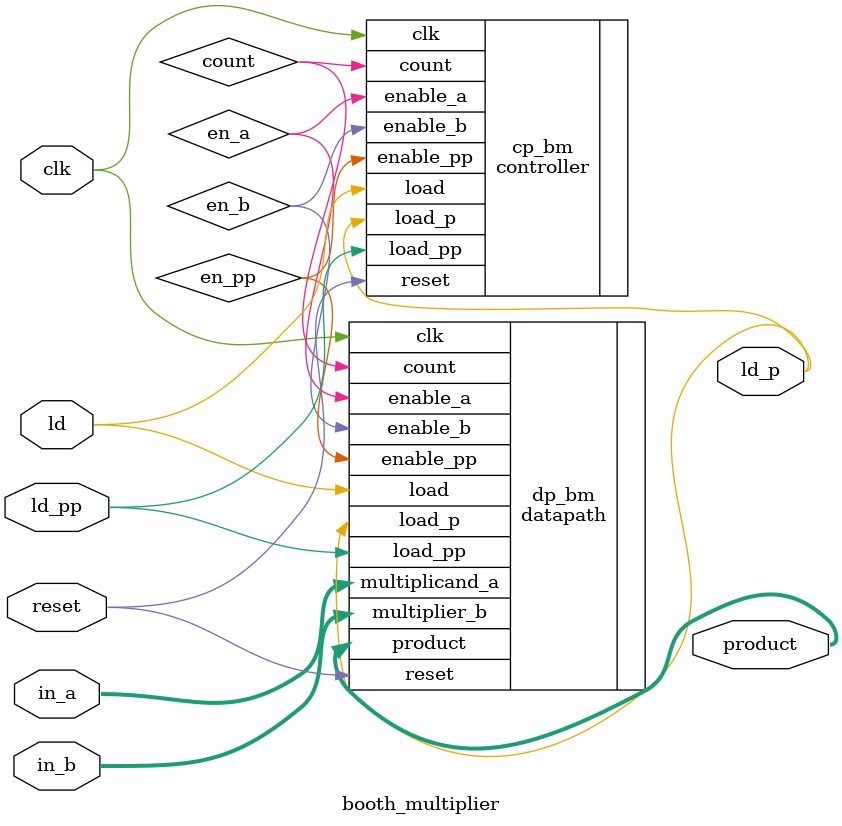
<source format=sv>
module booth_multiplier #(
  parameter WIDTH_IN = 16,
  parameter WIDTH_PP = 33,         // Width of Partial Products
  parameter WIDTH_PRODUCT = 32
) (
  input logic  [WIDTH_IN-1:0] in_a,
  input logic  [WIDTH_IN-1:0] in_b,
    
  input logic                     clk,
  input logic                     reset,

  input logic                     ld_pp,  // load for Partial product
  input logic                     ld,     // load for inputs 

  output logic                    ld_p,          //  Load for Final product (i.e answer)
  output logic [WIDTH_PRODUCT-1:0] product
);
 
logic en_a, en_b,    //  Enable for multiplier and multiplicand
      en_pp,         //  Enable for Partial Products
      count;          //  count 16-bits 

logic [WIDTH_PP-1:0] pp;      // Partial product must be 33-bit 

// Booth Multiplier Datapath
datapath dp_bm (
  .multiplier_b(in_b),
  .multiplicand_a(in_a),
  .enable_a(en_a),
  .enable_b(en_b),
  .enable_pp(en_pp),
  .load(ld),
  .load_pp(ld_pp),
  .load_p(ld_p),
  .count(count),
  .clk(clk),
  .reset(reset),
  .product(product)
);

// Booth Multiplier Controller
controller cp_bm (
  .load(ld),
  .load_pp(ld_pp),
  .count(count),
  .clk(clk),
  .reset(reset),
  .load_p(ld_p),
  .enable_a(en_a),
  .enable_b(en_b),
  .enable_pp(en_pp)
);

endmodule

</source>
